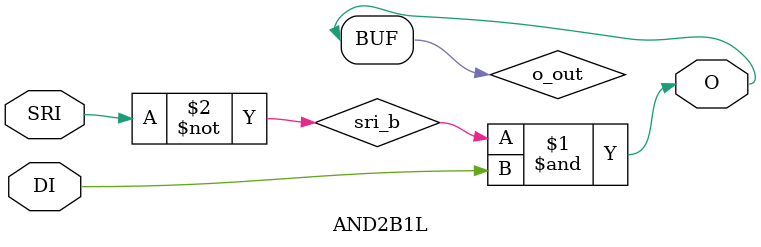
<source format=v>

`timescale  1 ps / 1 ps

module AND2B1L (O,  DI, SRI);

   output O;
   input  SRI, DI;

    wire o_out, sri_b;


    assign O =  o_out;

    not A0 (sri_b, SRI);
    and A1 (o_out, sri_b, DI);

endmodule

</source>
